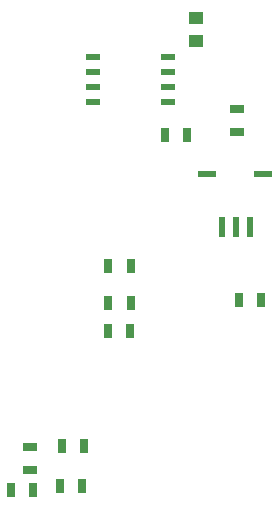
<source format=gbr>
G04 #@! TF.GenerationSoftware,KiCad,Pcbnew,(5.0.1)-rc2*
G04 #@! TF.CreationDate,2018-11-18T21:24:52-07:00*
G04 #@! TF.ProjectId,GPSLogger,4750534C6F676765722E6B696361645F,rev?*
G04 #@! TF.SameCoordinates,Original*
G04 #@! TF.FileFunction,Paste,Bot*
G04 #@! TF.FilePolarity,Positive*
%FSLAX46Y46*%
G04 Gerber Fmt 4.6, Leading zero omitted, Abs format (unit mm)*
G04 Created by KiCad (PCBNEW (5.0.1)-rc2) date 11/18/2018 9:24:52 PM*
%MOMM*%
%LPD*%
G01*
G04 APERTURE LIST*
%ADD10R,1.250000X1.000000*%
%ADD11R,0.700000X1.300000*%
%ADD12R,1.300000X0.700000*%
%ADD13R,1.143000X0.508000*%
%ADD14R,0.600000X1.800000*%
%ADD15R,1.524000X0.600000*%
G04 APERTURE END LIST*
D10*
G04 #@! TO.C,C5*
X155321000Y-55657500D03*
X155321000Y-53657500D03*
G04 #@! TD*
D11*
G04 #@! TO.C,R2*
X143766500Y-93345000D03*
X145666500Y-93345000D03*
G04 #@! TD*
G04 #@! TO.C,R3*
X141536500Y-93662500D03*
X139636500Y-93662500D03*
G04 #@! TD*
G04 #@! TO.C,R4*
X143957000Y-89916000D03*
X145857000Y-89916000D03*
G04 #@! TD*
D12*
G04 #@! TO.C,R5*
X141224000Y-90048000D03*
X141224000Y-91948000D03*
G04 #@! TD*
D11*
G04 #@! TO.C,R6*
X149733000Y-80200500D03*
X147833000Y-80200500D03*
G04 #@! TD*
G04 #@! TO.C,R7*
X147894000Y-77787500D03*
X149794000Y-77787500D03*
G04 #@! TD*
G04 #@! TO.C,R8*
X147896500Y-74676000D03*
X149796500Y-74676000D03*
G04 #@! TD*
D12*
G04 #@! TO.C,R16*
X158750000Y-61409500D03*
X158750000Y-63309500D03*
G04 #@! TD*
D11*
G04 #@! TO.C,R18*
X152654000Y-63563500D03*
X154554000Y-63563500D03*
G04 #@! TD*
G04 #@! TO.C,TH2*
X158940500Y-77533500D03*
X160840500Y-77533500D03*
G04 #@! TD*
D13*
G04 #@! TO.C,U8*
X146621500Y-57023000D03*
X146621500Y-58293000D03*
X146621500Y-59563000D03*
X146621500Y-60833000D03*
X152971500Y-60833000D03*
X152971500Y-59563000D03*
X152971500Y-58293000D03*
X152971500Y-57023000D03*
G04 #@! TD*
D14*
G04 #@! TO.C,J10*
X157480000Y-71378000D03*
D15*
X156230000Y-66878000D03*
X160980000Y-66878000D03*
D14*
X158680000Y-71378000D03*
X159880000Y-71378000D03*
G04 #@! TD*
M02*

</source>
